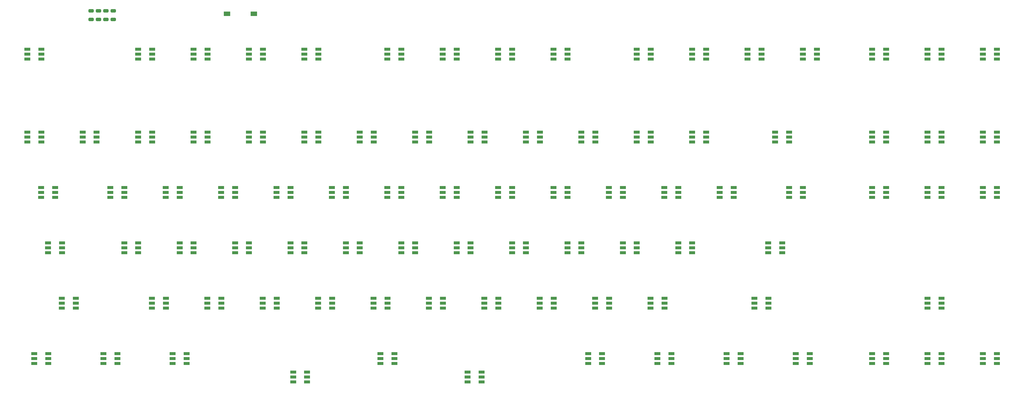
<source format=gtp>
G04 #@! TF.GenerationSoftware,KiCad,Pcbnew,7.0.2*
G04 #@! TF.CreationDate,2023-11-07T00:29:41+01:00*
G04 #@! TF.ProjectId,TKLTheSecond,544b4c54-6865-4536-9563-6f6e642e6b69,rev?*
G04 #@! TF.SameCoordinates,Original*
G04 #@! TF.FileFunction,Paste,Top*
G04 #@! TF.FilePolarity,Positive*
%FSLAX46Y46*%
G04 Gerber Fmt 4.6, Leading zero omitted, Abs format (unit mm)*
G04 Created by KiCad (PCBNEW 7.0.2) date 2023-11-07 00:29:41*
%MOMM*%
%LPD*%
G01*
G04 APERTURE LIST*
G04 Aperture macros list*
%AMRoundRect*
0 Rectangle with rounded corners*
0 $1 Rounding radius*
0 $2 $3 $4 $5 $6 $7 $8 $9 X,Y pos of 4 corners*
0 Add a 4 corners polygon primitive as box body*
4,1,4,$2,$3,$4,$5,$6,$7,$8,$9,$2,$3,0*
0 Add four circle primitives for the rounded corners*
1,1,$1+$1,$2,$3*
1,1,$1+$1,$4,$5*
1,1,$1+$1,$6,$7*
1,1,$1+$1,$8,$9*
0 Add four rect primitives between the rounded corners*
20,1,$1+$1,$2,$3,$4,$5,0*
20,1,$1+$1,$4,$5,$6,$7,0*
20,1,$1+$1,$6,$7,$8,$9,0*
20,1,$1+$1,$8,$9,$2,$3,0*%
G04 Aperture macros list end*
%ADD10R,2.000000X1.100000*%
%ADD11RoundRect,0.250000X0.650000X-0.325000X0.650000X0.325000X-0.650000X0.325000X-0.650000X-0.325000X0*%
%ADD12R,2.180000X1.600000*%
G04 APERTURE END LIST*
D10*
X85957881Y-85837576D03*
X85957881Y-84137576D03*
X85957881Y-82437576D03*
X81157881Y-82437576D03*
X81157881Y-84137576D03*
X81157881Y-85837576D03*
X276458041Y-85837576D03*
X276458041Y-84137576D03*
X276458041Y-82437576D03*
X271658041Y-82437576D03*
X271658041Y-84137576D03*
X271658041Y-85837576D03*
X90682889Y-101487592D03*
X90682889Y-103187592D03*
X90682889Y-104887592D03*
X95482889Y-104887592D03*
X95482889Y-103187592D03*
X95482889Y-101487592D03*
X162157945Y-85837576D03*
X162157945Y-84137576D03*
X162157945Y-82437576D03*
X157357945Y-82437576D03*
X157357945Y-84137576D03*
X157357945Y-85837576D03*
X204982985Y-101487592D03*
X204982985Y-103187592D03*
X204982985Y-104887592D03*
X209782985Y-104887592D03*
X209782985Y-103187592D03*
X209782985Y-101487592D03*
X181170465Y-139587624D03*
X181170465Y-141287624D03*
X181170465Y-142987624D03*
X185970465Y-142987624D03*
X185970465Y-141287624D03*
X185970465Y-139587624D03*
X293089309Y-139587624D03*
X293089309Y-141287624D03*
X293089309Y-142987624D03*
X297889309Y-142987624D03*
X297889309Y-141287624D03*
X297889309Y-139587624D03*
X271695537Y-123937608D03*
X271695537Y-122237608D03*
X271695537Y-120537608D03*
X266895537Y-120537608D03*
X266895537Y-122237608D03*
X266895537Y-123937608D03*
X185932969Y-101487592D03*
X185932969Y-103187592D03*
X185932969Y-104887592D03*
X190732969Y-104887592D03*
X190732969Y-103187592D03*
X190732969Y-101487592D03*
X47820329Y-101487540D03*
X47820329Y-103187540D03*
X47820329Y-104887540D03*
X52620329Y-104887540D03*
X52620329Y-103187540D03*
X52620329Y-101487540D03*
X147832937Y-101487592D03*
X147832937Y-103187592D03*
X147832937Y-104887592D03*
X152632937Y-104887592D03*
X152632937Y-103187592D03*
X152632937Y-101487592D03*
X290708057Y-53862552D03*
X290708057Y-55562552D03*
X290708057Y-57262552D03*
X295508057Y-57262552D03*
X295508057Y-55562552D03*
X295508057Y-53862552D03*
X371670625Y-53862552D03*
X371670625Y-55562552D03*
X371670625Y-57262552D03*
X376470625Y-57262552D03*
X376470625Y-55562552D03*
X376470625Y-53862552D03*
X43057849Y-53862552D03*
X43057849Y-55562552D03*
X43057849Y-57262552D03*
X47857849Y-57262552D03*
X47857849Y-55562552D03*
X47857849Y-53862552D03*
X119257913Y-53862552D03*
X119257913Y-55562552D03*
X119257913Y-57262552D03*
X124057913Y-57262552D03*
X124057913Y-55562552D03*
X124057913Y-53862552D03*
D11*
X67564000Y-43639000D03*
X67564000Y-40689000D03*
D10*
X195495473Y-123937608D03*
X195495473Y-122237608D03*
X195495473Y-120537608D03*
X190695473Y-120537608D03*
X190695473Y-122237608D03*
X190695473Y-123937608D03*
X85920385Y-139587624D03*
X85920385Y-141287624D03*
X85920385Y-142987624D03*
X90720385Y-142987624D03*
X90720385Y-141287624D03*
X90720385Y-139587624D03*
X302651813Y-123937608D03*
X302651813Y-122237608D03*
X302651813Y-120537608D03*
X297851813Y-120537608D03*
X297851813Y-122237608D03*
X297851813Y-123937608D03*
X240719049Y-162037440D03*
X240719049Y-160337440D03*
X240719049Y-158637440D03*
X235919049Y-158637440D03*
X235919049Y-160337440D03*
X235919049Y-162037440D03*
X312156489Y-162037440D03*
X312156489Y-160337440D03*
X312156489Y-158637440D03*
X307356489Y-158637440D03*
X307356489Y-160337440D03*
X307356489Y-162037440D03*
X288344009Y-162037440D03*
X288344009Y-160337440D03*
X288344009Y-158637440D03*
X283544009Y-158637440D03*
X283544009Y-160337440D03*
X283544009Y-162037440D03*
X219270497Y-139587624D03*
X219270497Y-141287624D03*
X219270497Y-142987624D03*
X224070497Y-142987624D03*
X224070497Y-141287624D03*
X224070497Y-139587624D03*
D12*
X120922000Y-41656000D03*
X111742000Y-41656000D03*
D10*
X371670625Y-101487592D03*
X371670625Y-103187592D03*
X371670625Y-104887592D03*
X376470625Y-104887592D03*
X376470625Y-103187592D03*
X376470625Y-101487592D03*
X352620609Y-139587624D03*
X352620609Y-141287624D03*
X352620609Y-142987624D03*
X357420609Y-142987624D03*
X357420609Y-141287624D03*
X357420609Y-139587624D03*
X185932969Y-53862552D03*
X185932969Y-55562552D03*
X185932969Y-57262552D03*
X190732969Y-57262552D03*
X190732969Y-55562552D03*
X190732969Y-53862552D03*
X214545489Y-123937608D03*
X214545489Y-122237608D03*
X214545489Y-120537608D03*
X209745489Y-120537608D03*
X209745489Y-122237608D03*
X209745489Y-123937608D03*
X200220481Y-139587624D03*
X200220481Y-141287624D03*
X200220481Y-142987624D03*
X205020481Y-142987624D03*
X205020481Y-141287624D03*
X205020481Y-139587624D03*
X281183049Y-101487592D03*
X281183049Y-103187592D03*
X281183049Y-104887592D03*
X285983049Y-104887592D03*
X285983049Y-103187592D03*
X285983049Y-101487592D03*
X166882953Y-53862552D03*
X166882953Y-55562552D03*
X166882953Y-57262552D03*
X171682953Y-57262552D03*
X171682953Y-55562552D03*
X171682953Y-53862552D03*
X143107929Y-85837576D03*
X143107929Y-84137576D03*
X143107929Y-82437576D03*
X138307929Y-82437576D03*
X138307929Y-84137576D03*
X138307929Y-85837576D03*
X124057913Y-85837576D03*
X124057913Y-84137576D03*
X124057913Y-82437576D03*
X119257913Y-82437576D03*
X119257913Y-84137576D03*
X119257913Y-85837576D03*
X271658041Y-53862552D03*
X271658041Y-55562552D03*
X271658041Y-57262552D03*
X276458041Y-57262552D03*
X276458041Y-55562552D03*
X276458041Y-53862552D03*
X262133033Y-101487592D03*
X262133033Y-103187592D03*
X262133033Y-104887592D03*
X266933033Y-104887592D03*
X266933033Y-103187592D03*
X266933033Y-101487592D03*
X233595505Y-123937608D03*
X233595505Y-122237608D03*
X233595505Y-120537608D03*
X228795505Y-120537608D03*
X228795505Y-122237608D03*
X228795505Y-123937608D03*
X352620609Y-53862552D03*
X352620609Y-55562552D03*
X352620609Y-57262552D03*
X357420609Y-57262552D03*
X357420609Y-55562552D03*
X357420609Y-53862552D03*
X333570593Y-101487592D03*
X333570593Y-103187592D03*
X333570593Y-104887592D03*
X338370593Y-104887592D03*
X338370593Y-103187592D03*
X338370593Y-101487592D03*
X124020417Y-139587624D03*
X124020417Y-141287624D03*
X124020417Y-142987624D03*
X128820417Y-142987624D03*
X128820417Y-141287624D03*
X128820417Y-139587624D03*
X162120449Y-139587624D03*
X162120449Y-141287624D03*
X162120449Y-142987624D03*
X166920449Y-142987624D03*
X166920449Y-141287624D03*
X166920449Y-139587624D03*
X199281609Y-168387440D03*
X199281609Y-166687440D03*
X199281609Y-164987440D03*
X194481609Y-164987440D03*
X194481609Y-166687440D03*
X194481609Y-168387440D03*
D11*
X72644000Y-43639000D03*
X72644000Y-40689000D03*
D10*
X105007897Y-85837576D03*
X105007897Y-84137576D03*
X105007897Y-82437576D03*
X100207897Y-82437576D03*
X100207897Y-84137576D03*
X100207897Y-85837576D03*
D11*
X70104000Y-43639000D03*
X70104000Y-40689000D03*
D10*
X169281609Y-162037440D03*
X169281609Y-160337440D03*
X169281609Y-158637440D03*
X164481609Y-158637440D03*
X164481609Y-160337440D03*
X164481609Y-162037440D03*
X66887945Y-85837504D03*
X66887945Y-84137504D03*
X66887945Y-82437504D03*
X62087945Y-82437504D03*
X62087945Y-84137504D03*
X62087945Y-85837504D03*
X224033001Y-101487592D03*
X224033001Y-103187592D03*
X224033001Y-104887592D03*
X228833001Y-104887592D03*
X228833001Y-103187592D03*
X228833001Y-101487592D03*
X238320513Y-139587624D03*
X238320513Y-141287624D03*
X238320513Y-142987624D03*
X243120513Y-142987624D03*
X243120513Y-141287624D03*
X243120513Y-139587624D03*
X243083017Y-101487592D03*
X243083017Y-103187592D03*
X243083017Y-104887592D03*
X247883017Y-104887592D03*
X247883017Y-103187592D03*
X247883017Y-101487592D03*
X100245393Y-123937608D03*
X100245393Y-122237608D03*
X100245393Y-120537608D03*
X95445393Y-120537608D03*
X95445393Y-122237608D03*
X95445393Y-123937608D03*
X128782921Y-101487592D03*
X128782921Y-103187592D03*
X128782921Y-104887592D03*
X133582921Y-104887592D03*
X133582921Y-103187592D03*
X133582921Y-101487592D03*
X200257977Y-85837576D03*
X200257977Y-84137576D03*
X200257977Y-82437576D03*
X195457977Y-82437576D03*
X195457977Y-84137576D03*
X195457977Y-85837576D03*
X81195377Y-123937608D03*
X81195377Y-122237608D03*
X81195377Y-120537608D03*
X76395377Y-120537608D03*
X76395377Y-122237608D03*
X76395377Y-123937608D03*
X55001579Y-123937540D03*
X55001579Y-122237540D03*
X55001579Y-120537540D03*
X50201579Y-120537540D03*
X50201579Y-122237540D03*
X50201579Y-123937540D03*
X257370529Y-139587624D03*
X257370529Y-141287624D03*
X257370529Y-142987624D03*
X262170529Y-142987624D03*
X262170529Y-141287624D03*
X262170529Y-139587624D03*
X50258905Y-162037440D03*
X50258905Y-160337440D03*
X50258905Y-158637440D03*
X45458905Y-158637440D03*
X45458905Y-160337440D03*
X45458905Y-162037440D03*
X47857829Y-85837540D03*
X47857829Y-84137540D03*
X47857829Y-82437540D03*
X43057829Y-82437540D03*
X43057829Y-84137540D03*
X43057829Y-85837540D03*
X139281609Y-168387440D03*
X139281609Y-166687440D03*
X139281609Y-164987440D03*
X134481609Y-164987440D03*
X134481609Y-166687440D03*
X134481609Y-168387440D03*
X352620609Y-101487592D03*
X352620609Y-103187592D03*
X352620609Y-104887592D03*
X357420609Y-104887592D03*
X357420609Y-103187592D03*
X357420609Y-101487592D03*
X138307929Y-53862552D03*
X138307929Y-55562552D03*
X138307929Y-57262552D03*
X143107929Y-57262552D03*
X143107929Y-55562552D03*
X143107929Y-53862552D03*
X376470625Y-162037640D03*
X376470625Y-160337640D03*
X376470625Y-158637640D03*
X371670625Y-158637640D03*
X371670625Y-160337640D03*
X371670625Y-162037640D03*
X143070433Y-139587624D03*
X143070433Y-141287624D03*
X143070433Y-142987624D03*
X147870433Y-142987624D03*
X147870433Y-141287624D03*
X147870433Y-139587624D03*
X264531529Y-162037440D03*
X264531529Y-160337440D03*
X264531529Y-158637440D03*
X259731529Y-158637440D03*
X259731529Y-160337440D03*
X259731529Y-162037440D03*
X181207961Y-85837576D03*
X181207961Y-84137576D03*
X181207961Y-82437576D03*
X176407961Y-82437576D03*
X176407961Y-84137576D03*
X176407961Y-85837576D03*
X54964079Y-139587540D03*
X54964079Y-141287540D03*
X54964079Y-142987540D03*
X59764079Y-142987540D03*
X59764079Y-141287540D03*
X59764079Y-139587540D03*
X357420609Y-85837576D03*
X357420609Y-84137576D03*
X357420609Y-82437576D03*
X352620609Y-82437576D03*
X352620609Y-84137576D03*
X352620609Y-85837576D03*
X157395441Y-123937608D03*
X157395441Y-122237608D03*
X157395441Y-120537608D03*
X152595441Y-120537608D03*
X152595441Y-122237608D03*
X152595441Y-123937608D03*
X333570593Y-53862552D03*
X333570593Y-55562552D03*
X333570593Y-57262552D03*
X338370593Y-57262552D03*
X338370593Y-55562552D03*
X338370593Y-53862552D03*
X305033065Y-85837576D03*
X305033065Y-84137576D03*
X305033065Y-82437576D03*
X300233065Y-82437576D03*
X300233065Y-84137576D03*
X300233065Y-85837576D03*
X204982985Y-53862552D03*
X204982985Y-55562552D03*
X204982985Y-57262552D03*
X209782985Y-57262552D03*
X209782985Y-55562552D03*
X209782985Y-53862552D03*
X338370593Y-162037640D03*
X338370593Y-160337640D03*
X338370593Y-158637640D03*
X333570593Y-158637640D03*
X333570593Y-160337640D03*
X333570593Y-162037640D03*
X119295409Y-123937608D03*
X119295409Y-122237608D03*
X119295409Y-120537608D03*
X114495409Y-120537608D03*
X114495409Y-122237608D03*
X114495409Y-123937608D03*
D11*
X65024000Y-43639000D03*
X65024000Y-40689000D03*
D10*
X219307993Y-85837576D03*
X219307993Y-84137576D03*
X219307993Y-82437576D03*
X214507993Y-82437576D03*
X214507993Y-84137576D03*
X214507993Y-85837576D03*
X97844169Y-162037440D03*
X97844169Y-160337440D03*
X97844169Y-158637440D03*
X93044169Y-158637440D03*
X93044169Y-160337440D03*
X93044169Y-162037440D03*
X357420609Y-162037640D03*
X357420609Y-160337640D03*
X357420609Y-158637640D03*
X352620609Y-158637640D03*
X352620609Y-160337640D03*
X352620609Y-162037640D03*
X304995569Y-101487592D03*
X304995569Y-103187592D03*
X304995569Y-104887592D03*
X309795569Y-104887592D03*
X309795569Y-103187592D03*
X309795569Y-101487592D03*
X104970401Y-139587624D03*
X104970401Y-141287624D03*
X104970401Y-142987624D03*
X109770401Y-142987624D03*
X109770401Y-141287624D03*
X109770401Y-139587624D03*
X138345425Y-123937608D03*
X138345425Y-122237608D03*
X138345425Y-120537608D03*
X133545425Y-120537608D03*
X133545425Y-122237608D03*
X133545425Y-123937608D03*
X81157881Y-53862552D03*
X81157881Y-55562552D03*
X81157881Y-57262552D03*
X85957881Y-57262552D03*
X85957881Y-55562552D03*
X85957881Y-53862552D03*
X252645521Y-123937608D03*
X252645521Y-122237608D03*
X252645521Y-120537608D03*
X247845521Y-120537608D03*
X247845521Y-122237608D03*
X247845521Y-123937608D03*
X376470625Y-85837576D03*
X376470625Y-84137576D03*
X376470625Y-82437576D03*
X371670625Y-82437576D03*
X371670625Y-84137576D03*
X371670625Y-85837576D03*
X100207897Y-53862552D03*
X100207897Y-55562552D03*
X100207897Y-57262552D03*
X105007897Y-57262552D03*
X105007897Y-55562552D03*
X105007897Y-53862552D03*
X224033001Y-53862552D03*
X224033001Y-55562552D03*
X224033001Y-57262552D03*
X228833001Y-57262552D03*
X228833001Y-55562552D03*
X228833001Y-53862552D03*
X109732905Y-101487592D03*
X109732905Y-103187592D03*
X109732905Y-104887592D03*
X114532905Y-104887592D03*
X114532905Y-103187592D03*
X114532905Y-101487592D03*
X74031689Y-162037440D03*
X74031689Y-160337440D03*
X74031689Y-158637440D03*
X69231689Y-158637440D03*
X69231689Y-160337440D03*
X69231689Y-162037440D03*
X309758073Y-53862552D03*
X309758073Y-55562552D03*
X309758073Y-57262552D03*
X314558073Y-57262552D03*
X314558073Y-55562552D03*
X314558073Y-53862552D03*
X257408025Y-85837576D03*
X257408025Y-84137576D03*
X257408025Y-82437576D03*
X252608025Y-82437576D03*
X252608025Y-84137576D03*
X252608025Y-85837576D03*
X238358009Y-85837576D03*
X238358009Y-84137576D03*
X238358009Y-82437576D03*
X233558009Y-82437576D03*
X233558009Y-84137576D03*
X233558009Y-85837576D03*
X71632873Y-101487592D03*
X71632873Y-103187592D03*
X71632873Y-104887592D03*
X76432873Y-104887592D03*
X76432873Y-103187592D03*
X76432873Y-101487592D03*
X166882953Y-101487592D03*
X166882953Y-103187592D03*
X166882953Y-104887592D03*
X171682953Y-104887592D03*
X171682953Y-103187592D03*
X171682953Y-101487592D03*
X252608025Y-53862552D03*
X252608025Y-55562552D03*
X252608025Y-57262552D03*
X257408025Y-57262552D03*
X257408025Y-55562552D03*
X257408025Y-53862552D03*
X176445457Y-123937608D03*
X176445457Y-122237608D03*
X176445457Y-120537608D03*
X171645457Y-120537608D03*
X171645457Y-122237608D03*
X171645457Y-123937608D03*
X338370593Y-85837576D03*
X338370593Y-84137576D03*
X338370593Y-82437576D03*
X333570593Y-82437576D03*
X333570593Y-84137576D03*
X333570593Y-85837576D03*
M02*

</source>
